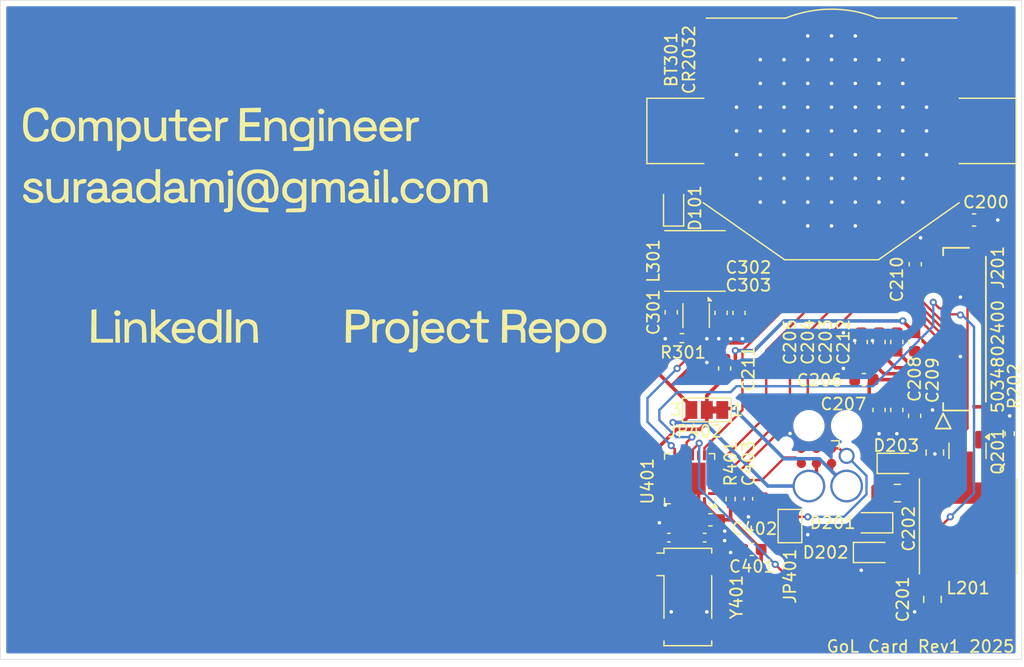
<source format=kicad_pcb>
(kicad_pcb (version 20241229) (generator "pcbnew") (generator_version "9.0")
  (layers (0 "F.Cu" signal) (2 "B.Cu" power) (13 "F.Paste" user) (15 "B.Paste" user) (5 "F.SilkS" user "F.Silkscreen") (7 "B.SilkS" user "B.Silkscreen") (1 "F.Mask" user) (3 "B.Mask" user) (25 "Edge.Cuts" user))
  (net 0 "")
  (net 1 "+BATT")
  (net 2 "GND")
  (net 3 "VCC")
  (net 4 "/MCU/XIN")
  (net 5 "/MCU/XOUT")
  (net 6 "/MCU/~{RST}{slash}SBWTDIO")
  (net 7 "/FPC_Connector/VDDD")
  (net 8 "/FPC_Connector/VPP")
  (net 9 "/FPC_Connector/VSH")
  (net 10 "/FPC_Connector/VSL")
  (net 11 "/FPC_Connector/VGL")
  (net 12 "/FPC_Connector/VCOM")
  (net 13 "/FPC_Connector/VDHR")
  (net 14 "/FPC_Connector/FPC_PIN4")
  (net 15 "/FPC_Connector/ePaper_Boost_Ind")
  (net 16 "/FPC_Connector/ePaper_Boost_Cap")
  (net 17 "/FPC_Connector/VGH")
  (net 18 "/FPC_Connector/SDA")
  (net 19 "/FPC_Connector/GDR")
  (net 20 "/FPC_Connector/~{RST}")
  (net 21 "/FPC_Connector/RESE")
  (net 22 "/FPC_Connector/DC")
  (net 23 "/FPC_Connector/SCL")
  (net 24 "/FPC_Connector/~{BUSY}")
  (net 25 "/FPC_Connector/CSB")
  (net 26 "/MCU/SBWTCK")
  (net 28 "/MCU/PWR_BOARD")
  (net 29 "/MCU/PWR_PROG")
  (net 30 "/Battery_SwitchingReg/EN{slash}BYP")
  (net 43 "/Battery_SwitchingReg/SW")
  (net 47 "/Battery_SwitchingReg/BATT_RP")
  (footprint "Capacitor_SMD:C_0805_2012Metric" (layer "F.Cu") (at 180.55 114 180)
    (property "Reference" "C202")
    (property "Value" "4u7")
  )
  (footprint "Capacitor_SMD:C_0603_1608Metric" (layer "F.Cu") (at 177.725 104.444389 180)
    (property "Reference" "C206")
    (property "Value" "1u")
  )
  (footprint "Capacitor_SMD:C_0603_1608Metric" (layer "F.Cu") (at 182 101.275 -90)
    (property "Reference" "C212")
    (property "Value" "100n")
  )
  (footprint "Diode_SMD:D_SOD-323" (layer "F.Cu") (at 180.45 111.5)
    (property "Reference" "D203")
    (property "Value" "CUS10S30,H3F")
  )
  (footprint "Capacitor_SMD:C_0603_1608Metric" (layer "F.Cu") (at 180.5 101.275 90)
    (property "Reference" "C203")
    (property "Value" "1u")
  )
  (footprint "gol_card_fp:CON_5034802400_MOL" (layer "F.Cu") (at 186.2 100.195 90)
    (property "Reference" "J201")
    (property "Value" "5034802400")
  )
  (footprint "Capacitor_SMD:C_0603_1608Metric" (layer "F.Cu") (at 187 91)
    (property "Reference" "C200")
    (property "Value" "1u")
  )
  (footprint "Diode_SMD:D_SOD-323" (layer "F.Cu") (at 178.45 119)
    (property "Reference" "D201")
    (property "Value" "CUS10S30,H3F")
  )
  (footprint "Capacitor_SMD:C_0603_1608Metric" (layer "F.Cu") (at 182.05 94.725 90)
    (property "Reference" "C210")
    (property "Value" "1u")
  )
  (footprint "Package_TO_SOT_SMD:SOT-23" (layer "F.Cu") (at 186.45 110.4375 -90)
    (property "Reference" "Q201")
    (property "Value" "BSS138")
  )
  (footprint "Inductor_SMD:L_Taiyo-Yuden_NR-80xx" (layer "F.Cu") (at 186.5 116.8 -90)
    (property "Reference" "L201")
    (property "Value" "68u")
  )
  (footprint "Battery:BatteryHolder_Keystone_3002_1x2032" (layer "F.Cu") (at 175 83.5)
    (property "Reference" "BT301")
    (property "Value" "CR2032")
  )
  (footprint "Capacitor_SMD:C_0805_2012Metric" (layer "F.Cu") (at 183.5 122.95 -90)
    (property "Reference" "C201")
    (property "Value" "4u7")
  )
  (footprint "Capacitor_SMD:C_0603_1608Metric" (layer "F.Cu") (at 166 103.5 90)
    (property "Reference" "C211")
    (property "Value" "1u")
  )
  (footprint "Inductor_SMD:L_Taiyo-Yuden_NR-50xx" (layer "F.Cu") (at 163.5 94.45)
    (property "Reference" "L301")
    (property "Value" "3u3")
  )
  (footprint "gol_card_fp:graphic_silk2" (layer "F.Cu") (at 132.434969 100.757174)
    (property "Reference" "G***" (hide yes))
    (property "Value" "LOGO" (hide yes))
  )
  (footprint "gol_card_fp:graphic_cu2" (layer "F.Cu") (at 132.434969 100.757174)
    (property "Reference" "G***" (hide yes))
    (property "Value" "LOGO" (hide yes))
  )
  (footprint "Capacitor_SMD:C_0402_1005Metric" (layer "F.Cu") (at 168 114.48 -90)
    (property "Reference" "C403")
    (property "Value" "1n1")
  )
  (footprint "Capacitor_SMD:C_0603_1608Metric" (layer "F.Cu") (at 179 101.275 90)
    (property "Reference" "C204")
    (property "Value" "1u")
  )
  (footprint "Capacitor_SMD:C_0603_1608Metric" (layer "F.Cu") (at 180.5 107 -90)
    (property "Reference" "C208")
    (property "Value" "1u")
  )
  (footprint "Capacitor_SMD:C_0603_1608Metric" (layer "F.Cu") (at 168.3 118.75 180)
    (property "Reference" "C401")
    (property "Value" "10u")
  )
  (footprint "Crystal:Crystal_SMD_Abracon_ABS25-4Pin_8.0x3.8mm" (layer "F.Cu") (at 162.9 122.75)
    (property "Reference" "Y401")
    (property "Value" "32k768")
  )
  (footprint "Resistor_SMD:R_0402_1005Metric" (layer "F.Cu") (at 190 109 -90)
    (property "Reference" "R202")
    (property "Value" "10k")
  )
  (footprint "Capacitor_SMD:C_0603_1608Metric" (layer "F.Cu") (at 165.7 98.825 -90)
    (property "Reference" "C303")
    (property "Value" "10u")
  )
  (footprint "Jumper:SolderJumper-3_P1.3mm_Bridged12_Pad1.0x1.5mm_NumberLabels" (layer "F.Cu") (at 164.5 107 180)
    (property "Reference" "JP402")
    (property "Value" "SolderJumper_3_Bridged12")
  )
  (footprint "Diode_SMD:D_SOD-323" (layer "F.Cu") (at 161.7 89.9 90)
    (property "Reference" "D101")
    (property "Value" "CUS10S30,H3F")
  )
  (footprint "Capacitor_SMD:C_0402_1005Metric" (layer "F.Cu") (at 164.32 117.75)
    (property "Reference" "C404" (hide yes))
    (property "Value" "6p")
  )
  (footprint "Capacitor_SMD:C_0603_1608Metric" (layer "F.Cu") (at 179 107 -90)
    (property "Reference" "C207")
    (property "Value" "1u")
  )
  (footprint "Jumper:SolderJumper-2_P1.3mm_Open_TrianglePad1.0x1.5mm" (layer "F.Cu") (at 171.5 116.775 -90)
    (property "Reference" "JP401")
    (property "Value" "SolderJumper_2_Open")
  )
  (footprint "Package_DFN_QFN:Texas_RGE0024H_VQFN-24-1EP_4x4mm_P0.5mm_EP2.7x2.7mm" (layer "F.Cu") (at 163.05 112.7875 180)
    (property "Reference" "U401")
    (property "Value" "MSP430FR2433RGE")
  )
  (footprint "Capacitor_SMD:C_0603_1608Metric" (layer "F.Cu") (at 161.5 98.775 -90)
    (property "Reference" "C301")
    (property "Value" "10u")
  )
  (footprint "Diode_SMD:D_SOD-323" (layer "F.Cu") (at 178.55 116.5 180)
    (property "Reference" "D202")
    (property "Value" "CUS10S30,H3F")
  )
  (footprint "Capacitor_SMD:C_0402_1005Metric" (layer "F.Cu") (at 161.3 117.75 180)
    (property "Reference" "C405" (hide yes))
    (property "Value" "6p")
  )
  (footprint "Capacitor_SMD:C_0603_1608Metric" (layer "F.Cu") (at 167.21 98.825 -90)
    (property "Reference" "C302")
    (property "Value" "10u")
  )
  (footprint "gol_card_fp:TC2030_Legs_PTH" (layer "F.Cu") (at 173.73 110.865 180)
    (property "Reference" "J401" (hide yes))
    (property "Value" "TC2030")
  )
  (footprint "Resistor_SMD:R_0402_1005Metric" (layer "F.Cu") (at 162.4 100.95 180)
    (property "Reference" "R301")
    (property "Value" "47k")
  )
  (footprint "Capacitor_SMD:C_0603_1608Metric" (layer "F.Cu") (at 182 107.5 -90)
    (property "Reference" "C209")
    (property "Value" "1u")
  )
  (footprint "Capacitor_SMD:C_0603_1608Metric" (layer "F.Cu") (at 177.5 101.275 90)
    (property "Reference" "C205")
    (property "Value" "1u")
  )
  (footprint "Resistor_SMD:R_0402_1005Metric" (layer "F.Cu") (at 166.5 114.5 90)
    (property "Reference" "R401")
    (property "Value" "47k")
  )
  (footprint "Capacitor_SMD:C_0603_1608Metric" (layer "F.Cu") (at 164.8 116.25 180)
    (property "Reference" "C402")
    (property "Value" "100n")
  )
  (footprint "Package_SON:WSON-6-1EP_2x2mm_P0.65mm_EP1x1.6mm" (layer "F.Cu") (at 163.6 99.05 -90)
    (property "Reference" "U301" (hide yes))
    (property "Value" "TPS61291")
  )
  (footprint "Resistor_SMD:R_0805_2012Metric" (layer "F.Cu") (at 183.7 110.5875 -90)
    (property "Reference" "R201" (hide yes))
    (property "Value" "3R")
  )
  (gr_circle (center 161.7 87.2) (end 162 87.5) (stroke (width 0.2)) (fill yes) (layer "F.Cu") (net 1))
  (gr_rect (start 105 72.5) (end 191 128) (stroke (width 0.05)) (fill no) (layer "Edge.Cuts"))
  (gr_text "GoL Card Rev1 2025" (at 174.5 127.5 0) (layer "F.SilkS") (effects (font (size 1 1)) (justify left bottom)))
  (segment (start 161.7 84) (end 162.2 83.5) (width 0.3) (layer "F.Cu") (net 1))
  (segment (start 161.7 88.85) (end 161.7 84) (width 0.3) (layer "F.Cu") (net 1))
  (segment (start 176.95 104.444389) (end 176.944389 104.444389) (width 0.3) (layer "F.Cu") (net 2))
  (segment (start 163.8 116.025) (end 163.8 114.75) (width 0.3) (layer "F.Cu") (net 2))
  (segment (start 185.795985 102.444985) (end 185.851 102.5) (width 0.3) (layer "F.Cu") (net 2))
  (segment (start 179 100.61059) (end 178.450506 101.160084) (width 0.3) (layer "F.Cu") (net 2))
  (segment (start 171.5 117.5) (end 173 117.5) (width 0.3) (layer "F.Cu") (net 2))
  (segment (start 166.75 118.75) (end 166.5 119) (width 0.3) (layer "F.Cu") (net 2))
  (segment (start 177.5 100.5) (end 177.5 100.61059) (width 0.3) (layer "F.Cu") (net 2))
  (segment (start 182 102.05) (end 182 102.048103) (width 0.3) (layer "F.Cu") (net 2))
  (segment (start 190 108.49) (end 190 107.5) (width 0.3) (layer "F.Cu") (net 2))
  (segment (start 182.394985 102.444985) (end 184.7 102.444985) (width 0.3) (layer "F.Cu") (net 2))
  (segment (start 161.0875 114.9125) (end 161 115) (width 0.3) (layer "F.Cu") (net 2))
  (segment (start 161.851 113.9865) (end 161.63751 113.9865) (width 0.3) (layer "F.Cu") (net 2))
  (segment (start 184.7 102.444985) (end 185.795985 102.444985) (width 0.3) (layer "F.Cu") (net 2))
  (segment (start 161.0875 114.0375) (end 161.51349 114.0375) (width 0.3) (layer "F.Cu") (net 2))
  (segment (start 183.7 111.5) (end 183.7 110.7) (width 0.3) (layer "F.Cu") (net 2))
  (segment (start 179 100.5) (end 179 100.61059) (width 0.3) (layer "F.Cu") (net 2))
  (segment (start 177.5 100.61059) (end 176.950506 101.160084) (width 0.3) (layer "F.Cu") (net 2))
  (segment (start 172.46 110.23) (end 172.46 109.936309) (width 0.3) (layer "F.Cu") (net 2))
  (segment (start 179 107.775) (end 179 109) (width 0.3) (layer "F.Cu") (net 2))
  (segment (start 164.851 117.076) (end 165.892589 117.076) (width 0.3) (layer "F.Cu") (net 2))
  (segment (start 182.05 93.95) (end 182.05 92.95) (width 0.3) (layer "F.Cu") (net 2))
  (segment (start 180.5 107.775) (end 180.5 107.651526) (width 0.3) (layer "F.Cu") (net 2))
  (segment (start 161.0875 114.0375) (end 161.0875 114.9125) (width 0.3) (layer "F.Cu") (net 2))
  (segment (start 161.3 124.2) (end 161.5 124) (width 0.3) (layer "F.Cu") (net 2))
  (segment (start 164.025 116.25) (end 163.8 116.025) (width 0.3) (layer "F.Cu") (net 2))
  (segment (start 163.05 112.7875) (end 161.851 113.9865) (width 0.3) (layer "F.Cu") (net 2))
  (segment (start 165.75 117.75) (end 166 118) (width 0.3) (layer "F.Cu") (net 2))
  (segment (start 161.3 125.5) (end 161.3 124.2) (width 0.3) (layer "F.Cu") (net 2))
  (segment (start 185.406013 97.944987) (end 185.851 97.5) (width 0.3) (layer "F.Cu") (net 2))
  (segment (start 187.775 91) (end 189 91) (width 0.3) (layer "F.Cu") (net 2))
  (segment (start 163.8 114.75) (end 163.8 113.5375) (width 0.3) (layer "F.Cu") (net 2))
  (segment (start 172.46 109.936309) (end 171.506337 108.982646) (width 0.3) (layer "F.Cu") (net 2))
  (segment (start 176.944389 104.444389) (end 176 103.5) (width 0.3) (layer "F.Cu") (net 2))
  (segment (start 180.5 107.775) (end 180.5 108.5) (width 0.3) (layer "F.Cu") (net 2))
  (segment (start 182 102.05) (end 182.394985 102.444985) (width 0.3) (layer "F.Cu") (net 2))
  (segment (start 161.51349 114.0375) (end 161.53749 114.0135) (width 0.3) (layer "F.Cu") (net 2))
  (segment (start 164.8 117.75) (end 165.75 117.75) (width 0.3) (layer "F.Cu") (net 2))
  (segment (start 160.82 116.82) (end 160.5 116.5) (width 0.3) (layer "F.Cu") (net 2))
  (segment (start 167.525 118.75) (end 166.75 118.75) (width 0.3) (layer "F.Cu") (net 2))
  (segment (start 180.5 108.5) (end 180.5 109) (width 0.3) (layer "F.Cu") (net 2))
  (segment (start 163.8 113.5375) (end 163.05 112.7875) (width 0.3) (layer "F.Cu") (net 2))
  (segment (start 180.5 100.5) (end 176 100.5) (width 0.3) (layer "F.Cu") (net 2))
  (segment (start 182.05 92.95) (end 182.5 92.5) (width 0.3) (layer "F.Cu") (net 2))
  (segment (start 184.7 97.944987) (end 185.406013 97.944987) (width 0.3) (layer "F.Cu") (net 2))
  (segment (start 182.1 123.9) (end 182 124) (width 0.3) (layer "F.Cu") (net 2))
  (segment (start 180.5 100.5) (end 180.5 100.61059) (width 0.3) (layer "F.Cu") (net 2))
  (segment (start 164.025 116.25) (end 164.851 117.076) (width 0.3) (layer "F.Cu") (net 2))
  (segment (start 177.4 120.4) (end 177.5 120.5) (width 0.3) (layer "F.Cu") (net 2))
  (segment (start 177.4 119) (end 177.4 120.4) (width 0.3) (layer "F.Cu") (net 2))
  (segment (start 166 102.725) (end 164.775 102.725) (width 0.3) (layer "F.Cu") (net 2))
  (segment (start 182.225 108.275) (end 183.5 107) (width 0.3) (layer "F.Cu") (net 2))
  (segment (start 165.892589 117.076) (end 166.012685 117.196096) (width 0.3) (layer "F.Cu") (net 2))
  (segment (start 164.775 102.725) (end 164.5 103) (width 0.3) (layer "F.Cu") (net 2))
  (segment (start 168 114.96) (end 168 116) (width 0.3) (layer "F.Cu") (net 2))
  (segment (start 183.5 123.9) (end 182.1 123.9) (width 0.3) (layer "F.Cu") (net 2))
  (segment (start 164.5 125.5) (end 164.5 124) (width 0.3) (layer "F.Cu") (net 2))
  (segment (start 160.82 117.75) (end 160.82 116.82) (width 0.3) (layer "F.Cu") (net 2))
  (segment (start 182 108.275) (end 182.225 108.275) (width 0.3) (layer "F.Cu") (net 2))
  (via (at 181 81.5) (size 0.6) (drill 0.3) (layers "F.Cu" "B.Cu") (net 2))
  (via (at 182 124) (size 0.6) (drill 0.3) (layers "F.Cu" "B.Cu") (net 2))
  (via (at 173 83.5) (size 0.6) (drill 0.3) (layers "F.Cu" "B.Cu") (net 2))
  (via (at 179 89.5) (size 0.6) (drill 0.3) (layers "F.Cu" "B.Cu") (net 2))
  (via (at 164.5 103) (size 0.6) (drill 0.3) (layers "F.Cu" "B.Cu") (net 2))
  (via (at 179 87.5) (size 0.6) (drill 0.3) (layers "F.Cu" "B.Cu") (net 2))
  (via (at 175 91.5) (size 0.6) (drill 0.3) (layers "F.Cu" "B.Cu") (net 2))
  (via (at 169 79.5) (size 0.6) (drill 0.3) (layers "F.Cu" "B.Cu") (net 2))
  (via (at 190 107.5) (size 0.6) (drill 0.3) (layers "F.Cu" "B.Cu") (net 2))
  (via (at 160.5 116.5) (size 0.6) (drill 0.3) (layers "F.Cu" "B.Cu") (net 2))
  (via (at 177 83.5) (size 0.6) (drill 0.3) (layers "F.Cu" "B.Cu") (net 2))
  (via (at 178.450506 101.160084) (size 0.6) (drill 0.3) (layers "F.Cu" "B.Cu") (net 2))
  (via (at 167 85.5) (size 0.6) (drill 0.3) (layers "F.Cu" "B.Cu") (net 2))
  (via (at 176.950506 101.160084) (size 0.6) (drill 0.3) (layers "F.Cu" "B.Cu") (net 2))
  (via (at 166 118) (size 0.6) (drill 0.3) (layers "F.Cu" "B.Cu") (net 2))
  (via (at 164.5 124) (size 0.6) (drill 0.3) (layers "F.Cu" "B.Cu") (net 2))
  (via (at 175 77.5) (size 0.6) (drill 0.3) (layers "F.Cu" "B.Cu") (net 2))
  (via (at 173 87.5) (size 0.6) (drill 0.3) (layers "F.Cu" "B.Cu") (net 2))
  (via (at 177.5 120.5) (size 0.6) (drill 0.3) (layers "F.Cu" "B.Cu") (net 2))
  (via (at 169 81.5) (size 0.6) (drill 0.3) (layers "F.Cu" "B.Cu") (net 2))
  (via (at 175 81.5) (size 0.6) (drill 0.3) (layers "F.Cu" "B.Cu") (net 2))
  (via (at 175 85.5) (size 0.6) (drill 0.3) (layers "F.Cu" "B.Cu") (net 2))
  (via (at 173 117.5) (size 0.6) (drill 0.3) (layers "F.Cu" "B.Cu") (net 2))
  (via (at 173 89.5) (size 0.6) (drill 0.3) (layers "F.Cu" "B.Cu") (net 2))
  (via (at 175 89.5) (size 0.6) (drill 0.3) (layers "F.Cu" "B.Cu") (net 2))
  (via (at 185.851 97.5) (size 0.6) (drill 0.3) (layers "F.Cu" "B.Cu") (net 2))
  (via (at 177 89.5) (size 0.6) (drill 0.3) (layers "F.Cu" "B.Cu") (net 2))
  (via (at 173 91.5) (size 0.6) (drill 0.3) (layers "F.Cu" "B.Cu") (net 2))
  (via (at 173 75.5) (size 0.6) (drill 0.3) (layers "F.Cu" "B.Cu") (net 2))
  (via (at 167 81.5) (size 0.6) (drill 0.3) (layers "F.Cu" "B.Cu") (net 2))
  (via (at 179 79.5) (size 0.6) (drill 0.3) (layers "F.Cu" "B.Cu") (net 2))
  (via (at 176 103.5) (size 0.6) (drill 0.3) (layers "F.Cu" "B.Cu") (net 2))
  (via (at 165.5 101) (size 0.6) (drill 0.3) (layers "F.Cu" "B.Cu") (net 2))
  (via (at 173 79.5) (size 0.6) (drill 0.3) (layers "F.Cu" "B.Cu") (net 2))
  (via (at 183 81.5) (size 0.6) (drill 0.3) (layers "F.Cu" "B.Cu") (net 2))
  (via (at 167.5 101) (size 0.6) (drill 0.3) (layers "F.Cu" "B.Cu") (net 2))
  (via (at 175 83.5) (size 0.6) (drill 0.3) (layers "F.Cu" "B.Cu") (net 2))
  (via (at 177 91.5) (size 0.6) (drill 0.3) (layers "F.Cu" "B.Cu") (net 2))
  (via (at 171 89.5) (size 0.6) (drill 0.3) (layers "F.Cu" "B.Cu") (net 2))
  (via (at 185.851 102.5) (size 0.6) (drill 0.3) (layers "F.Cu" "B.Cu") (net 2))
  (via (at 171 87.5) (size 0.6) (drill 0.3) (layers "F.Cu" "B.Cu") (net 2))
  (via (at 166.5 119) (size 0.6) (drill 0.3) (layers "F.Cu" "B.Cu") (net 2))
  (via (at 182.5 92.5) (size 0.6) (drill 0.3) (layers "F.Cu" "B.Cu") (net 2))
  (via (at 169 85.5) (size 0.6) (drill 0.3) (layers "F.Cu" "B.Cu") (net 2))
  (via (at 161 101) (size 0.6) (drill 0.3) (layers "F.Cu" "B.Cu") (net 2))
  (via (at 169 77.5) (size 0.6) (drill 0.3) (layers "F.Cu" "B.Cu") (net 2))
  (via (at 169 89.5) (size 0.6) (drill 0.3) (layers "F.Cu" "B.Cu") (net 2))
  (via (at 171 77.5) (size 0.6) (drill 0.3) (layers "F.Cu" "B.Cu") (net 2))
  (via (at 183.7 110.7) (size 0.6) (drill 0.3) (layers "F.Cu" "B.Cu") (net 2))
  (via (at 177 75.5) (size 0.6) (drill 0.3) (layers "F.Cu" "B.Cu") (net 2))
  (via (at 173 77.5) (size 0.6) (drill 0.3) (layers "F.Cu" "B.Cu") (net 2))
  (via (at 175 75.5) (size 0.6) (drill 0.3) (layers "F.Cu" "B.Cu") (net 2))
  (via (at 171 81.5) (size 0.6) (drill 0.3) (layers "F.Cu" "B.Cu") (net 2))
  (via (at 183 85.5) (size 0.6) (drill 0.3) (layers "F.Cu" "B.Cu") (net 2))
  (via (at 177 87.5) (size 0.6) (drill 0.3) (layers "F.Cu" "B.Cu") (net 2))
  (via (at 179 81.5) (size 0.6) (drill 0.3) (layers "F.Cu" "B.Cu") (net 2))
  (via (at 189 91) (size 0.6) (drill 0.3) (layers "F.Cu" "B.Cu") (net 2))
  (via (at 177 77.5) (size 0.6) (drill 0.3) (layers "F.Cu" "B.Cu") (net 2))
  (via (at 177 81.5) (size 0.6) (drill 0.3) (layers "F.Cu" "B.Cu") (net 2))
  (via (at 176 100.5) (size 0.6) (drill 0.3) (layers "F.Cu" "B.Cu") (net 2))
  (via (at 171.506337 108.982646) (size 0.6) (drill 0.3) (layers "F.Cu" "B.Cu") (net 2))
  (via (at 179 109) (size 0.6) (drill 0.3) (layers "F.Cu" "B.Cu") (net 2))
  (via (at 181 87.5) (size 0.6) (drill 0.3) (layers "F.Cu" "B.Cu") (net 2))
  (via (at 171 85.5) (size 0.6) (drill 0.3) (layers "F.Cu" "B.Cu") (net 2))
  (via (at 166.012685 117.196096) (size 0.6) (drill 0.3) (layers "F.Cu" "B.Cu") (net 2))
  (via (at 177 85.5) (size 0.6) (drill 0.3) (layers "F.Cu" "B.Cu") (net 2))
  (via (at 168 116) (size 0.6) (drill 0.3) (layers "F.Cu" "B.Cu") (net 2))
  (via (at 179 77.5) (size 0.6) (drill 0.3) (layers "F.Cu" "B.Cu") (net 2))
  (via (at 181 77.5) (size 0.6) (drill 0.3) (layers "F.Cu" "B.Cu") (net 2))
  (via (at 179 85.5) (size 0.6) (drill 0.3) (layers "F.Cu" "B.Cu") (net 2))
  (via (at 166.5 101) (size 0.6) (drill 0.3) (layers "F.Cu" "B.Cu") (net 2))
  (via (at 171 79.5) (size 0.6) (drill 0.3) (layers "F.Cu" "B.Cu") (net 2))
  (via (at 164.5 101) (size 0.6) (drill 0.3) (layers "F.Cu" "B.Cu") (net 2))
  (via (at 181 89.5) (size 0.6) (drill 0.3) (layers "F.Cu" "B.Cu") (net 2))
  (via (at 181 79.5) (size 0.6) (drill 0.3) (layers "F.Cu" "B.Cu") (net 2))
  (via (at 175 79.5) (size 0.6) (drill 0.3) (layers "F.Cu" "B.Cu") (net 2))
  (via (at 181 83.5) (size 0.6) (drill 0.3) (layers "F.Cu" "B.Cu") (net 2))
  (via (at 173 81.5) (size 0.6) (drill 0.3) (layers "F.Cu" "B.Cu") (net 2))
  (via (at 175 87.5) (size 0.6) (drill 0.3) (layers "F.Cu" "B.Cu") (net 2))
  (via (at 183.5 107) (size 0.6) (drill 0.3) (layers "F.Cu" "B.Cu") (net 2))
  (via (at 173 85.5) (size 0.6) (drill 0.3) (layers "F.Cu" "B.Cu") (net 2))
  (via (at 183 83.5) (size 0.6) (drill 0.3) (layers "F.Cu" "B.Cu") (net 2))
  (via (at 169 87.5) (size 0.6) (drill 0.3) (layers "F.Cu" "B.Cu") (net 2))
  (via (at 161 115) (size 0.6) (drill 0.3) (layers "F.Cu" "B.Cu") (net 2))
  (via (at 179 83.5) (size 0.6) (drill 0.3) (layers "F.Cu" "B.Cu") (net 2))
  (via (at 161.5 124) (size 0.6) (drill 0.3) (layers "F.Cu" "B.Cu") (net 2))
  (via (at 171 83.5) (size 0.6) (drill 0.3) (layers "F.Cu" "B.Cu") (net 2))
  (via (at 169 83.5) (size 0.6) (drill 0.3) (layers "F.Cu" "B.Cu") (net 2))
  (via (at 167 83.5) (size 0.6) (drill 0.3) (layers "F.Cu" "B.Cu") (net 2))
  (via (at 180.5 109) (size 0.6) (drill 0.3) (layers "F.Cu" "B.Cu") (net 2))
  (via (at 177 79.5) (size 0.6) (drill 0.3) (layers "F.Cu" "B.Cu") (net 2))
  (via (at 181 85.5) (size 0.6) (drill 0.3) (layers "F.Cu" "B.Cu") (net 2))
  (segment (start 161.947711 108.631635) (end 159.849 110.730346) (width 0.3) (layer "F.Cu") (net 3))
  (segment (start 164.5 107) (end 164.5 105.775) (width 0.3) (layer "F.Cu") (net 3))
  (segment (start 184.7 101.944986) (end 184.7 101.444987) (width 0.3) (layer "F.Cu") (net 3))
  (segment (start 159.849 121.349) (end 160.5 122) (width 0.3) (layer "F.Cu") (net 3))
  (segment (start 159.849 110.730346) (end 159.849 121.349) (width 0.3) (layer "F.Cu") (net 3))
  (segment (start 169 122) (end 172.325 122) (width 0.3) (layer "F.Cu") (net 3))
  (segment (start 182 100.5) (end 183.443985 101.943985) (width 0.3) (layer "F.Cu") (net 3))
  (segment (start 164.3 114.975) (end 165.575 116.25) (width 0.3) (layer "F.Cu") (net 3))
  (segment (start 160.5 122) (end 169 122) (width 0.3) (layer "F.Cu") (net 3))
  (segment (start 166.575 116.25) (end 166.5 116.175) (width 0.3) (layer "F.Cu") (net 3))
  (segment (start 181 99.5) (end 182 100.5) (width 0.3) (layer "F.Cu") (net 3))
  (segment (start 166.9 103.375) (end 166.9 102) (width 0.3) (layer "F.Cu") (net 3))
  (segment (start 166 104.275) (end 166.9 103.375) (width 0.3) (layer "F.Cu") (net 3))
  (segment (start 169.075 121.925) (end 169 122) (width 0.3) (layer "F.Cu") (net 3))
  (segment (start 166 104.275) (end 166.125 104.275) (width 0.3) (layer "F.Cu") (net 3))
  (segment (start 183.443985 101.943985) (end 184.698999 101.943985) (width 0.3) (layer "F.Cu") (net 3))
  (segment (start 164.5 108.05) (end 163.918365 108.631635) (width 0.3) (layer "F.Cu") (net 3))
  (segment (start 184.698999 101.943985) (end 184.7 101.944986) (width 0.3) (layer "F.Cu") (net 3))
  (segment (start 169.075 118.75) (end 166.575 116.25) (width 0.3) (layer "F.Cu") (net 3))
  (segment (start 172.325 122) (end 183.5 122) (width 0.3) (layer "F.Cu") (net 3))
  (segment (start 164.5 105.775) (end 166 104.275) (width 0.3) (layer "F.Cu") (net 3))
  (segment (start 164.5 107) (end 164.5 108.05) (width 0.3) (layer "F.Cu") (net 3))
  (segment (start 165.575 116.25) (end 165.575 116.025) (width 0.3) (layer "F.Cu") (net 3))
  (segment (start 185.9 119.6) (end 186.5 119.6) (width 0.3) (layer "F.Cu") (net 3))
  (segment (start 166.575 116.25) (end 165.575 116.25) (width 0.3) (layer "F.Cu") (net 3))
  (segment (start 163.918365 108.631635) (end 161.947711 108.631635) (width 0.3) (layer "F.Cu") (net 3))
  (segment (start 169.075 118.75) (end 169.075 121.925) (width 0.3) (layer "F.Cu") (net 3))
  (segment (start 166.5 116.175) (end 166.5 115.01) (width 0.3) (layer "F.Cu") (net 3))
  (segment (start 164.3 114.75) (end 164.3 114.975) (width 0.3) (layer "F.Cu") (net 3))
  (via (at 166.9 102) (size 0.6) (drill 0.3) (layers "F.Cu" "B.Cu") (net 3))
  (via (at 181 99.5) (size 0.6) (drill 0.3) (layers "F.Cu" "B.Cu") (net 3))
  (segment (start 171 99.5) (end 181 99.5) (width 0.3) (layer "B.Cu") (net 3))
  (segment (start 166.9 102) (end 168.5 102) (width 0.3) (layer "B.Cu") (net 3))
  (segment (start 168.5 102) (end 171 99.5) (width 0.3) (layer "B.Cu") (net 3))
  (segment (start 163.274 114.776) (end 163.274 117.184) (width 0.2) (layer "F.Cu") (net 4))
  (segment (start 163.84 119.34) (end 164.5 120) (width 0.2) (layer "F.Cu") (net 4))
  (segment (start 163.274 117.184) (end 163.84 117.75) (width 0.2) (layer "F.Cu") (net 4))
  (segment (start 163.84 117.75) (end 163.84 119.34) (width 0.2) (layer "F.Cu") (net 4))
  (segment (start 163.3 114.75) (end 163.274 114.776) (width 0.2) (layer "F.Cu") (net 4))
  (segment (start 161.78 119.52) (end 161.3 120) (width 0.2) (layer "F.Cu") (net 5))
  (segment (start 162.8 114.75) (end 162.8 115.25) (width 0.2) (layer "F.Cu") (net 5))
  (segment (start 161.78 116.27) (end 161.78 117.75) (width 0.2) (layer "F.Cu") (net 5))
  (segment (start 162.8 115.25) (end 161.78 116.27) (width 0.2) (layer "F.Cu") (net 5))
  (segment (start 161.78 117.75) (end 161.78 119.52) (width 0.2) (layer "F.Cu") (net 5))
  (segment (start 175.635 110.23) (end 176.27 110.865) (width 0.2) (layer "F.Cu") (net 6))
  (segment (start 169.4875 114.0375) (end 171.5 116.05) (width 0.2) (layer "F.Cu") (net 6))
  (segment (start 165.0125 114.0375) (end 169.4875 114.0375) (width 0.2) (layer "F.Cu") (net 6))
  (segment (start 173 116) (end 171.55 116) (width 0.2) (layer "F.Cu") (net 6))
  (segment (start 175 110.23) (end 175.635 110.23) (width 0.2) (layer "F.Cu") (net 6))
  (segment (start 171.55 116) (end 171.5 116.05) (width 0.2) (layer "F.Cu") (net 6))
  (via (at 173 116) (size 0.6) (drill 0.3) (layers "F.Cu" "B.Cu") (net 6))
  (segment (start 177.946 114.099222) (end 176.045222 116) (width 0.2) (layer "B.Cu") (net 6))
  (segment (start 177.946 112.541) (end 177.946 114.099222) (width 0.2) (layer "B.Cu") (net 6))
  (segment (start 176.045222 116) (end 173 116) (width 0.2) (layer "B.Cu") (net 6))
  (segment (start 176.27 110.865) (end 177.946 112.541) (width 0.2) (layer "B.Cu") (net 6))
  (segment (start 184.7 102.944987) (end 181.394987 102.944987) (width 0.3) (layer "F.Cu") (net 7))
  (segment (start 181.394987 102.944987) (end 180.5 102.05) (width 0.3) (layer "F.Cu") (net 7))
  (segment (start 180.394986 103.444986) (end 179 102.05) (width 0.3) (layer "F.Cu") (net 8))
  (segment (start 184.7 103.444986) (end 180.394986 103.444986) (width 0.3) (layer "F.Cu") (net 8))
  (segment (start 179.394987 103.944987) (end 177.5 102.05) (width 0.3) (layer "F.Cu") (net 9))
  (segment (start 184.7 103.944987) (end 179.394987 103.944987) (width 0.3) (layer "F.Cu") (net 9))
  (segment (start 184.7 104.944985) (end 180.280015 104.944985) (width 0.3) (layer "F.Cu") (net 10))
  (segment (start 180.280015 104.944985) (end 179 106.225) (width 0.3) (layer "F.Cu") (net 10))
  (segment (start 180.302815 111.302815) (end 184.60563 107) (width 0.3) (layer "F.Cu") (net 11))
  (segment (start 181.280013 105.444987) (end 184.7 105.444987) (width 0.3) (layer "F.Cu") (net 11))
  (segment (start 178.5 115.5) (end 178.5 113.5) (width 0.3) (layer "F.Cu") (net 11))
  (segment (start 186 106.5) (end 186 106) (width 0.3) (layer "F.Cu") (net 11))
  (segment (start 177.5 116.5) (end 178.5 115.5) (width 0.3) (layer "F.Cu") (net 11))
  (segment (start 185.444987 105.444987) (end 184.7 105.444987) (width 0.3) (layer "F.Cu") (net 11))
  (segment (start 180.302815 111.697185) (end 180.302815 111.302815) (width 0.3) (layer "F.Cu") (net 11))
  (segment (start 180.5 106.225) (end 181.280013 105.444987) (width 0.3) (layer "F.Cu") (net 11))
  (segment (start 186 106) (end 185.444987 105.444987) (width 0.3) (layer "F.Cu") (net 11))
  (segment (start 184.60563 107) (end 185.5 107) (width 0.3) (layer "F.Cu") (net 11))
  (segment (start 178.5 113.5) (end 180.302815 111.697185) (width 0.3) (layer "F.Cu") (net 11))
  (segment (start 185.5 107) (end 186 106.5) (width 0.3) (layer "F.Cu") (net 11))
  (segment (start 184.7 105.944986) (end 182.780014 105.944986) (width 0.3) (layer "F.Cu") (net 12))
  (segment (start 182.780014 105.944986) (end 182 106.725) (width 0.3) (layer "F.Cu") (net 12))
  (segment (start 184.7 96.444987) (end 182.994987 96.444987) (width 0.3) (layer "F.Cu") (net 13))
  (segment (start 182.994987 96.444987) (end 182.05 95.5) (width 0.3) (layer "F.Cu") (net 13))
  (segment (start 184.7 95.944986) (end 183.944986 95.944986) (width 0.2) (layer "F.Cu") (net 14))
  (segment (start 183.944986 95.944986) (end 183.5 95.5) (width 0.2) (layer "F.Cu") (net 14))
  (segment (start 183.5 94.5) (end 186.225 91.775) (width 0.2) (layer "F.Cu") (net 14))
  (segment (start 186.225 91.775) (end 186.225 91) (width 0.2) (layer "F.Cu") (net 14))
  (segment (start 183.5 95.5) (end 183.5 94.5) (width 0.2) (layer "F.Cu") (net 14))
  (segment (start 186.45 113.95) (end 186.5 114) (width 0.3) (layer "F.Cu") (net 15))
  (segment (start 179.6 118.9) (end 179.5 119) (width 0.3) (layer "F.Cu") (net 16))
  (segment (start 178.174 104.770389) (end 178.5 104.444389) (width 0.3) (layer "F.Cu") (net 17))
  (segment (start 184.7 104.444986) (end 178.500597 104.444986) (width 0.3) (layer "F.Cu") (net 17))
  (segment (start 178.500597 104.444986) (end 178.5 104.444389) (width 0.3) (layer "F.Cu") (net 17))
  (segment (start 178.674 111.5) (end 178.174 111) (width 0.3) (layer "F.Cu") (net 17))
  (segment (start 179.4 111.5) (end 178.674 111.5) (width 0.3) (layer "F.Cu") (net 17))
  (segment (start 178.174 111) (end 178.174 104.770389) (width 0.3) (layer "F.Cu") (net 17))
  (segment (start 165.0125 113.0375) (end 165.8954 113.0375) (width 0.2) (layer "F.Cu") (net 18))
  (segment (start 173 106.418251) (end 173 102.5) (width 0.2) (layer "F.Cu") (net 18))
  (segment (start 166.918251 112.5) (end 173 106.418251) (width 0.2) (layer "F.Cu") (net 18))
  (segment (start 183.944986 100.944986) (end 184.7 100.944986) (width 0.2) (layer "F.Cu") (net 18))
  (segment (start 165.8954 113.0375) (end 166.4329 112.5) (width 0.2) (layer "F.Cu") (net 18))
  (segment (start 177 98.5) (end 181.5 98.5) (width 0.2) (layer "F.Cu") (net 18))
  (segment (start 181.5 98.5) (end 183.944986 100.944986) (width 0.2) (layer "F.Cu") (net 18))
  (segment (start 166.4329 112.5) (end 166.918251 112.5) (width 0.2) (layer "F.Cu") (net 18))
  (segment (start 173 102.5) (end 177 98.5) (width 0.2) (layer "F.Cu") (net 18))
  (segment (start 185.369099 94.944985) (end 188.151 97.726886) (width 0.2) (layer "F.Cu") (net 19))
  (segment (start 188.151 108.749) (end 187.4 109.5) (width 0.2) (layer "F.Cu") (net 19))
  (segment (start 187.4 109.5) (end 189.99 109.5) (width 0.2) (layer "F.Cu") (net 19))
  (segment (start 189.99 109.5) (end 190 109.51) (width 0.2) (layer "F.Cu") (net 19))
  (segment (start 188.151 97.726886) (end 188.151 108.749) (width 0.2) (layer "F.Cu") (net 19))
  (segment (start 184.7 94.944985) (end 185.369099 94.944985) (width 0.2) (layer "F.Cu") (net 19))
  (segment (start 163.3 110.352667) (end 163.853821 109.798846) (width 0.2) (layer "F.Cu") (net 20))
  (segment (start 185.795987 98.944987) (end 185.851 99) (width 0.2) (layer "F.Cu") (net 20))
  (segment (start 179.5 121.5) (end 171.755703 121.5) (width 0.2) (layer "F.Cu") (net 20))
  (segment (start 163.3 110.825) (end 163.3 110.352667) (width 0.2) (layer "F.Cu") (net 20))
  (segment (start 171.755703 121.5) (end 170.255703 120) (width 0.2) (layer "F.Cu") (net 20))
  (segment (start 185 116) (end 179.5 121.5) (width 0.2) (layer "F.Cu") (net 20))
  (segment (start 184.7 98.944987) (end 185.795987 98.944987) (width 0.2) (layer "F.Cu") (net 20))
  (via (at 185 116) (size 0.6) (drill 0.3) (layers "F.Cu" "B.Cu") (net 20))
  (via (at 185.851 99) (size 0.6) (drill 0.3) (layers "F.Cu" "B.Cu") (net 20))
  (via (at 170.255703 120) (size 0.6) (drill 0.3) (layers "F.Cu" "B.Cu") (net 20))
  (via (at 163.853821 109.798846) (size 0.6) (drill 0.3) (layers "F.Cu" "B.Cu") (net 20))
  (segment (start 170.255703 120) (end 163.853821 113.598118) (width 0.2) (layer "B.Cu") (net 20))
  (segment (start 186 99) (end 187 100) (width 0.2) (layer "B.Cu") (net 20))
  (segment (start 185.851 99) (end 186 99) (width 0.2) (layer "B.Cu") (net 20))
  (segment (start 163.853821 113.598118) (end 163.853821 109.798846) (width 0.2) (layer "B.Cu") (net 20))
  (segment (start 187 100) (end 187 114) (width 0.2) (layer "B.Cu") (net 20))
  (segment (start 187 114) (end 185 116) (width 0.2) (layer "B.Cu") (net 20))
  (segment (start 185.302001 95.444987) (end 186.451 96.593986) (width 0.2) (layer "F.Cu") (net 21))
  (segment (start 184.7 95.444987) (end 185.302001 95.444987) (width 0.2) (layer "F.Cu") (net 21))
  (segment (start 183.7 109.675) (end 185.325 109.675) (width 0.2) (layer "F.Cu") (net 21))
  (segment (start 186.451 108.549) (end 185.5 109.5) (width 0.2) (layer "F.Cu") (net 21))
  (segment (start 186.451 96.593986) (end 186.451 108.549) (width 0.2) (layer "F.Cu") (net 21))
  (segment (start 185.325 109.675) (end 185.5 109.5) (width 0.2) (layer "F.Cu") (net 21))
  (segment (start 164.3 110.825) (end 164.3 110.2) (width 0.2) (layer "F.Cu") (net 22))
  (segment (start 184.232201 99.444986) (end 184.7 99.444986) (width 0.2) (layer "F.Cu") (net 22))
  (segment (start 167.5 102) (end 173 96.5) (width 0.2) (layer "F.Cu") (net 22))
  (segment (start 181.287215 96.5) (end 184.232201 99.444986) (width 0.2) (layer "F.Cu") (net 22))
  (segment (start 167.5 107) (end 167.5 102) (width 0.2) (layer "F.Cu") (net 22))
  (segment (start 164.3 110.2) (end 167.5 107) (width 0.2) (layer "F.Cu") (net 22))
  (segment (start 173 96.5) (end 181.287215 96.5) (width 0.2) (layer "F.Cu") (net 22))
  (segment (start 171.5 107) (end 171.5 102) (width 0.2) (layer "F.Cu") (net 23))
  (segment (start 166.4625 112.0375) (end 171.5 107) (width 0.2) (layer "F.Cu") (net 23))
  (segment (start 184.098002 100.444987) (end 184.7 100.444987) (width 0.2) (layer "F.Cu") (net 23))
  (segment (start 181.653015 98) (end 184.098002 100.444987) (width 0.2) (layer "F.Cu") (net 23))
  (segment (start 175.5 98) (end 181.653015 98) (width 0.2) (layer "F.Cu") (net 23))
  (segment (start 165.0125 112.0375) (end 166.4625 112.0375) (width 0.2) (layer "F.Cu") (net 23))
  (segment (start 171.5 102) (end 175.5 98) (width 0.2) (layer "F.Cu") (net 23))
  (segment (start 184.7 98.444986) (end 184.08073 98.444986) (width 0.2) (layer "F.Cu") (net 24))
  (segment (start 162.8 109.725284) (end 163.242649 109.282635) (width 0.2) (layer "F.Cu") (net 24))
  (segment (start 162.8 110.825) (end 162.8 109.725284) (width 0.2) (layer "F.Cu") (net 24))
  (segment (start 184.08073 98.444986) (end 183.567872 97.932128) (width 0.2) (layer "F.Cu") (net 24))
  (via (at 183.567872 97.932128) (size 0.6) (drill 0.3) (layers "F.Cu" "B.Cu") (net 24))
  (via (at 163.242649 109.282635) (size 0.6) (drill 0.3) (layers "F.Cu" "B.Cu") (net 24))
  (segment (start 166.5 105.5) (end 167 105) (width 0.2) (layer "B.Cu") (net 24))
  (segment (start 160.5 107.849943) (end 160.5 107) (width 0.2) (layer "B.Cu") (net 24))
  (segment (start 162 105.5) (end 166.5 105.5) (width 0.2) (layer "B.Cu") (net 24))
  (segment (start 167 105) (end 178.5 105) (width 0.2) (layer "B.Cu") (net 24))
  (segment (start 178.5 105) (end 183.567872 99.932128) (width 0.2) (layer "B.Cu") (net 24))
  (segment (start 161.932692 109.282635) (end 160.5 107.849943) (width 0.2) (layer "B.Cu") (net 24))
  (segment (start 183.567872 99.932128) (end 183.567872 97.932128) (width 0.2) (layer "B.Cu") (net 24))
  (segment (start 160.5 107) (end 162 105.5) (width 0.2) (layer "B.Cu") (net 24))
  (segment (start 163.242649 109.282635) (end 161.932692 109.282635) (width 0.2) (layer "B.Cu") (net 24))
  (segment (start 169.5 107.5) (end 169.5 102) (width 0.2) (layer "F.Cu") (net 25))
  (segment (start 181.220115 97) (end 184.1651 99.944985) (width 0.2) (layer "F.Cu") (net 25))
  (segment (start 174.5 97) (end 181.220115 97) (width 0.2) (layer "F.Cu") (net 25))
  (segment (start 184.1651 99.944985) (end 184.7 99.944985) (width 0.2) (layer "F.Cu") (net 25))
  (segment (start 169.5 102) (end 174.5 97) (width 0.2) (layer "F.Cu") (net 25))
  (segment (start 165.0125 111.5375) (end 165.4625 111.5375) (width 0.2) (layer "F.Cu") (net 25))
  (segment (start 165.4625 111.5375) (end 169.5 107.5) (width 0.2) (layer "F.Cu") (net 25))
  (segment (start 166.64866 112.901) (end 169.147099 112.901) (width 0.2) (layer "F.Cu") (net 26))
  (segment (start 169.147099 112.901) (end 171.048099 111) (width 0.2) (layer "F.Cu") (net 26))
  (segment (start 165.0125 113.5375) (end 166.01216 113.5375) (width 0.2) (layer "F.Cu") (net 26))
  (segment (start 171.048099 111) (end 171.96 111) (width 0.2) (layer "F.Cu") (net 26))
  (segment (start 172.19 111.5) (end 172.19 111.633901) (width 0.2) (layer "F.Cu") (net 26))
  (segment (start 171.96 111) (end 172.46 111.5) (width 0.2) (layer "F.Cu") (net 26))
  (segment (start 166.01216 113.5375) (end 166.64866 112.901) (width 0.2) (layer "F.Cu") (net 26))
  (segment (start 163.2 107) (end 163.2 106.7) (width 0.3) (layer "F.Cu") (net 28))
  (segment (start 173.73 111.5) (end 173.73 112.77) (width 0.3) (layer "F.Cu") (net 28))
  (segment (start 163.2 107) (end 163.2 107.3) (width 0.3) (layer "F.Cu") (net 28))
  (segment (start 163.6 99.9375) (end 163.6 102.9) (width 0.3) (layer "F.Cu") (net 28))
  (segment (start 162.5 90) (end 160.5 90) (width 0.3) (layer "F.Cu") (net 28))
  (segment (start 163.6 91.1) (end 162.5 90) (width 0.3) (layer "F.Cu") (net 28))
  (segment (start 160 103.5) (end 160 103) (width 0.3) (layer "F.Cu") (net 28))
  (segment (start 160 90.5) (end 160 103) (width 0.3) (layer "F.Cu") (net 28))
  (segment (start 162.444849 108.055151) (end 161.647433 108.055151) (width 0.3) (layer "F.Cu") (net 28))
  (segment (start 161.5 105) (end 160 103.5) (width 0.3) (layer "F.Cu") (net 28))
  (segment (start 163.2 107.3) (end 162.444849 108.055151) (width 0.3) (layer "F.Cu") (net 28))
  (segment (start 163.2 106.7) (end 161.5 105) (width 0.3) (layer "F.Cu") (net 28))
  (segment (start 163.6 102.9) (end 161.5 105) (width 0.3) (layer "F.Cu") (net 28))
  (segment (start 163.6 98.1625) (end 163.6 91.1) (width 0.3) (layer "F.Cu") (net 28))
  (segment (start 160.5 90) (end 160 90.5) (width 0.3) (layer "F.Cu") (net 28))
  (segment (start 173.73 112.77) (end 173.095 113.405) (width 0.3) (layer "F.Cu") (net 28))
  (via (at 161.647433 108.055151) (size 0.6) (drill 0.3) (layers "F.Cu" "B.Cu") (net 28))
  (segment (start 173.095 113.405) (end 169.64081 113.405) (width 0.3) (layer "B.Cu") (net 28))
  (segment (start 172.5 112.5) (end 172.3457 112.6543) (width 0.3) (layer "B.Cu") (net 28))
  (segment (start 164.290961 108.055151) (end 161.647433 108.055151) (width 0.3) (layer "B.Cu") (net 28))
  (segment (start 169.64081 113.405) (end 164.290961 108.055151) (width 0.3) (layer "B.Cu") (net 28))
  (segment (start 173.5 112.844) (end 173.5 112.579346) (width 0.3) (layer "B.Cu") (net 28))
  (segment (start 165.924265 106.875735) (end 165.8 107) (width 0.3) (layer "F.Cu") (net 29))
  (segment (start 166.775735 106.875735) (end 165.924265 106.875735) (width 0.3) (layer "F.Cu") (net 29))
  (segment (start 175 112.135) (end 176.27 113.405) (width 0.3) (layer "F.Cu") (net 29))
  (segment (start 175 111.5) (end 175 112.135) (width 0.3) (layer "F.Cu") (net 29))
  (via (at 166.775735 106.875735) (size 0.6) (drill 0.3) (layers "F.Cu" "B.Cu") (net 29))
  (segment (start 173.9727 111.1077) (end 171.0077 111.1077) (width 0.3) (layer "B.Cu") (net 29))
  (segment (start 176.27 113.405) (end 173.9727 111.1077) (width 0.3) (layer "B.Cu") (net 29))
  (segment (start 171.0077 111.1077) (end 166.775735 106.875735) (width 0.3) (layer "B.Cu") (net 29))
  (segment (start 161.8 110.825) (end 161.8 110.3) (width 0.2) (layer "F.Cu") (net 30))
  (segment (start 162.91 102.59) (end 162 103.5) (width 0.2) (layer "F.Cu") (net 30))
  (segment (start 162.91 100.95) (end 162.91 99.9775) (width 0.2) (layer "F.Cu") (net 30))
  (segment (start 162.91 99.9775) (end 162.95 99.9375) (width 0.2) (layer "F.Cu") (net 30))
  (segment (start 161.8 110.3) (end 161.5 110) (width 0.2) (layer "F.Cu") (net 30))
  (segment (start 162.91 100.95) (end 162.91 102.59) (width 0.2) (layer "F.Cu") (net 30))
  (via (at 162 103.5) (size 0.6) (drill 0.3) (layers "F.Cu" "B.Cu") (net 30))
  (via (at 161.5 110) (size 0.6) (drill 0.3) (layers "F.Cu" "B.Cu") (net 30))
  (segment (start 162 103.5) (end 159.5 106) (width 0.2) (layer "B.Cu") (net 30))
  (segment (start 159.5 108) (end 161.5 110) (width 0.2) (layer "B.Cu") (net 30))
  (segment (start 159.5 106) (end 159.5 108) (width 0.2) (layer "B.Cu") (net 30))
  (segment (start 168.8 97) (end 168.8 98.1) (width 0.2) (layer "F.Cu") (net 43))
  (segment (start 165.3 94.45) (end 166.25 94.45) (width 0.2) (layer "F.Cu") (net 43))
  (segment (start 166.25 94.45) (end 168.8 97) (width 0.2) (layer "F.Cu") (net 43))
  (segment (start 164.4625 98.1625) (end 164.25 98.1625) (width 0.2) (layer "F.Cu") (net 43))
  (segment (start 165.149 98.849) (end 164.4625 98.1625) (width 0.2) (layer "F.Cu") (net 43))
  (segment (start 168.051 98.849) (end 165.149 98.849) (width 0.2) (layer "F.Cu") (net 43))
  (segment (start 168.8 98.1) (end 168.051 98.849) (width 0.2) (layer "F.Cu") (net 43))
  (zone (net 3) (net_name "VCC") (layer "F.Cu") (priority 7) (connect_pads yes (clearance 0.2)) (min_thickness 0.1) (fill yes (thermal_gap 0.2) (thermal_bridge_width 0.2))
    (polygon (pts (xy 182.7 118.6) (xy 182.7 122.5) (xy 184.3 122.5) (xy 184.3 120.6) (xy 190.3 120.6) (xy 190.3 118.6) (xy 184.3 118.6)))
  )
  (zone (net 16) (net_name "/FPC_Connector/ePaper_Boost_Cap") (layer "F.Cu") (priority 4) (connect_pads yes (clearance 0.1)) (min_thickness 0.1) (fill yes (thermal_gap 0.2) (thermal_bridge_width 0.2))
    (polygon (pts (xy 180.5 113) (xy 180.5 120) (xy 178.7 120) (xy 178.7 113)))
  )
  (zone (net 2) (net_name "GND") (layer "F.Cu") (priority 2) (connect_pads yes (clearance 0.2)) (min_thickness 0.2) (fill yes (thermal_gap 0.2) (thermal_bridge_width 0.2))
    (polygon (pts (xy 160.6 101.5) (xy 162.4 101.5) (xy 162.4 99.5) (xy 163.9 99.5) (xy 163.9 101.5) (xy 168 101.5) (xy 168 98.8) (xy 164.5 98.8) (xy 164.5 98.6) (xy 162.3 98.6) (xy 162.3 98.8) (xy 160.6 98.8)))
  )
  (zone (net 28) (net_name "/MCU/PWR_BOARD") (layer "F.Cu") (priority 6) (connect_pads yes (clearance 0.2)) (min_thickness 0.2) (fill yes (thermal_gap 0.2) (thermal_bridge_width 0.2))
    (polygon (pts (xy 163.2 97.9) (xy 164 97.9) (xy 164.6 97.9) (xy 164.6 98) (xy 164.6 99) (xy 168 99) (xy 168 96.8) (xy 163.2 96.8)))
  )
  (zone (net 15) (net_name "/FPC_Connector/ePaper_Boost_Ind") (layer "F.Cu") (priority 5) (connect_pads yes (clearance 0.2)) (min_thickness 0.1) (fill yes (thermal_gap 0.2) (thermal_bridge_width 0.2))
    (polygon (pts (xy 186 111.2) (xy 186 110.5) (xy 186.9 110.5) (xy 186.9 111.3) (xy 186.9 114.5) (xy 182.4 114.5) (xy 182.4 114.8) (xy 180.7 114.8) (xy 180.7 111.2)))
  )
  (zone (net 47) (net_name "/Battery_SwitchingReg/BATT_RP") (layer "F.Cu") (priority 3) (connect_pads yes (clearance 0.2)) (min_thickness 0.2) (fill yes (thermal_gap 0.2) (thermal_bridge_width 0.2))
    (polygon (pts (xy 162.8 90.3) (xy 160.6 90.3) (xy 160.6 98.7) (xy 163.2 98.7) (xy 163.2 97.3) (xy 162.8 97.3)))
  )
  (zone (net 1) (net_name "+BATT") (layer "F.Cu") (priority 1) (connect_pads yes (clearance 0.2)) (min_thickness 0.15) (fill yes (thermal_gap 0.1) (thermal_bridge_width 0.3))
    (polygon (pts (xy 159.7 85.9) (xy 160.7 85.9) (xy 160.7 86.2) (xy 172.050725 93.4) (xy 177.937838 93.4) (xy 189.3 86.2) (xy 189.3 85.9) (xy 190.3 85.9) (xy 190.3 86.2) (xy 178.8 93.4) (xy 178.214634 93.9) (xy 171.800135 93.9) (xy 159.7 86.2)))
  )
  (zone (net 2) (net_name "GND") (layer "B.Cu") (connect_pads (clearance 0.5)) (min_thickness 0.25) (fill yes (thermal_gap 0.5) (thermal_bridge_width 0.5))
    (polygon (pts (xy 105 72.5) (xy 191 72.5) (xy 191 128) (xy 105 128)))
  )
)
</source>
